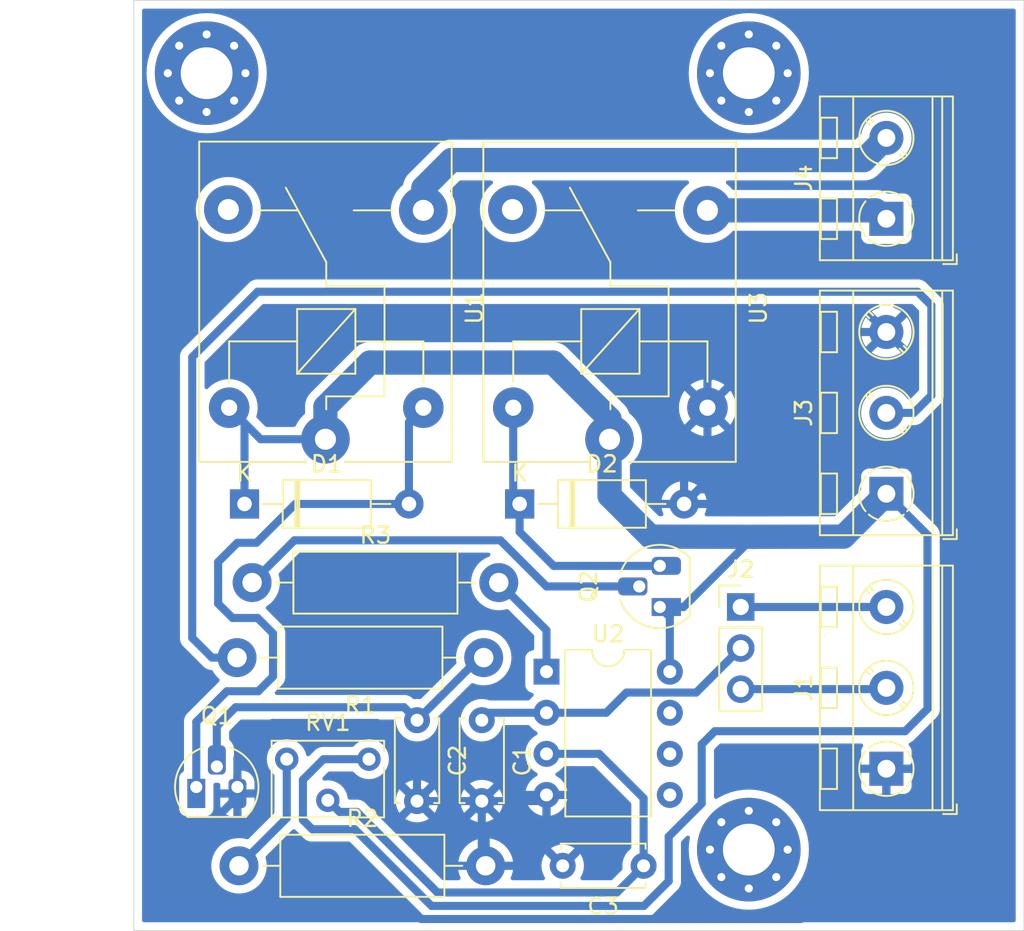
<source format=kicad_pcb>
(kicad_pcb (version 20211014) (generator pcbnew)
  (layers (0 "F.Cu" signal) (31 "B.Cu" signal) (34 "B.Paste" user) (35 "F.Paste" user) (36 "B.SilkS" user "B.Silkscreen") (37 "F.SilkS" user "F.Silkscreen") (38 "B.Mask" user) (39 "F.Mask" user) (44 "Edge.Cuts" user))
  (net 0 "")
  (net 1 "/SENSE")
  (net 2 "GND")
  (net 3 "Net-(C2-Pad1)")
  (net 4 "Net-(C3-Pad1)")
  (net 5 "+12V")
  (net 6 "Net-(D1-Pad2)")
  (net 7 "Net-(D2-Pad1)")
  (net 8 "Net-(J1-Pad3)")
  (net 9 "Net-(J1-Pad2)")
  (net 10 "Net-(J3-Pad2)")
  (net 11 "/OUT_1")
  (net 12 "/OUT_2")
  (net 13 "Net-(Q2-Pad2)")
  (net 14 "Net-(R2-Pad1)")
  (net 15 "Net-(R3-Pad2)")
  (footprint "Capacitor_THT:C_Disc_D5.0mm_W2.5mm_P5.00mm" (layer "F.Cu") (at 129.5 116.5 -90)
    (fp_text reference "C1" (at 2.5 -2.5 90) (layer "F.SilkS"))
    (fp_text value "100nF")
    (fp_line (start -0.12 -1.37) (end -0.12 -1.055) (layer "F.SilkS") (width 0.12))
    (fp_line (start 5.12 1.055) (end 5.12 1.37) (layer "F.SilkS") (width 0.12))
    (fp_line (start 5.12 -1.37) (end 5.12 -1.055) (layer "F.SilkS") (width 0.12))
    (fp_line (start -0.12 1.37) (end 5.12 1.37) (layer "F.SilkS") (width 0.12))
    (fp_line (start -0.12 -1.37) (end 5.12 -1.37) (layer "F.SilkS") (width 0.12))
    (fp_line (start -0.12 1.055) (end -0.12 1.37) (layer "F.SilkS") (width 0.12))
    (pad "1" thru_hole circle locked (at 0 0 270) (size 1.6 1.6) (drill 0.8) (layers *.Cu *.Mask) (net 1 "/SENSE"))
    (pad "2" thru_hole circle locked (at 5 0 270) (size 1.6 1.6) (drill 0.8) (layers *.Cu *.Mask) (net 2 "GND"))
  )
  (footprint "Capacitor_THT:C_Disc_D5.0mm_W2.5mm_P5.00mm" (layer "F.Cu") (at 125.5 116.5 -90)
    (fp_text reference "C2" (at 2.5 -2.5 90) (layer "F.SilkS"))
    (fp_text value "100nF")
    (fp_line (start 5.12 1.055) (end 5.12 1.37) (layer "F.SilkS") (width 0.12))
    (fp_line (start -0.12 -1.37) (end -0.12 -1.055) (layer "F.SilkS") (width 0.12))
    (fp_line (start 5.12 -1.37) (end 5.12 -1.055) (layer "F.SilkS") (width 0.12))
    (fp_line (start -0.12 -1.37) (end 5.12 -1.37) (layer "F.SilkS") (width 0.12))
    (fp_line (start -0.12 1.37) (end 5.12 1.37) (layer "F.SilkS") (width 0.12))
    (fp_line (start -0.12 1.055) (end -0.12 1.37) (layer "F.SilkS") (width 0.12))
    (pad "1" thru_hole circle locked (at 0 0 270) (size 1.6 1.6) (drill 0.8) (layers *.Cu *.Mask) (net 3 "Net-(C2-Pad1)"))
    (pad "2" thru_hole circle locked (at 5 0 270) (size 1.6 1.6) (drill 0.8) (layers *.Cu *.Mask) (net 2 "GND"))
  )
  (footprint "Capacitor_THT:C_Disc_D5.0mm_W2.5mm_P5.00mm" (layer "F.Cu") (at 139.5 125.5 180)
    (fp_text reference "C3" (at 2.5 -2.5) (layer "F.SilkS"))
    (fp_text value "100nF")
    (fp_line (start 5.12 1.055) (end 5.12 1.37) (layer "F.SilkS") (width 0.12))
    (fp_line (start 5.12 -1.37) (end 5.12 -1.055) (layer "F.SilkS") (width 0.12))
    (fp_line (start -0.12 -1.37) (end -0.12 -1.055) (layer "F.SilkS") (width 0.12))
    (fp_line (start -0.12 1.37) (end 5.12 1.37) (layer "F.SilkS") (width 0.12))
    (fp_line (start -0.12 1.055) (end -0.12 1.37) (layer "F.SilkS") (width 0.12))
    (fp_line (start -0.12 -1.37) (end 5.12 -1.37) (layer "F.SilkS") (width 0.12))
    (pad "1" thru_hole circle locked (at 0 0 180) (size 1.6 1.6) (drill 0.8) (layers *.Cu *.Mask) (net 4 "Net-(C3-Pad1)"))
    (pad "2" thru_hole circle locked (at 5 0 180) (size 1.6 1.6) (drill 0.8) (layers *.Cu *.Mask) (net 2 "GND"))
  )
  (footprint "Diode_THT:D_A-405_P10.16mm_Horizontal" (layer "F.Cu") (at 114.84 103.13)
    (fp_text reference "D1" (at 5.08 -2.47) (layer "F.SilkS"))
    (fp_text value "D_ALT")
    (fp_text user "K" (at 0 -1.9) (layer "F.SilkS"))
    (fp_line (start 2.36 1.47) (end 7.8 1.47) (layer "F.SilkS") (width 0.12))
    (fp_line (start 2.36 -1.47) (end 2.36 1.47) (layer "F.SilkS") (width 0.12))
    (fp_line (start 3.14 -1.47) (end 3.14 1.47) (layer "F.SilkS") (width 0.12))
    (fp_line (start 3.26 -1.47) (end 3.26 1.47) (layer "F.SilkS") (width 0.12))
    (fp_line (start 7.8 -1.47) (end 2.36 -1.47) (layer "F.SilkS") (width 0.12))
    (fp_line (start 3.38 -1.47) (end 3.38 1.47) (layer "F.SilkS") (width 0.12))
    (fp_line (start 7.8 1.47) (end 7.8 -1.47) (layer "F.SilkS") (width 0.12))
    (fp_line (start 1.14 0) (end 2.36 0) (layer "F.SilkS") (width 0.12))
    (fp_line (start 9.02 0) (end 7.8 0) (layer "F.SilkS") (width 0.12))
    (pad "1" thru_hole rect locked (at 0 0) (size 1.8 1.8) (drill 0.9) (layers *.Cu *.Mask) (net 5 "+12V"))
    (pad "2" thru_hole oval locked (at 10.16 0) (size 1.8 1.8) (drill 0.9) (layers *.Cu *.Mask) (net 6 "Net-(D1-Pad2)"))
  )
  (footprint "Diode_THT:D_A-405_P10.16mm_Horizontal" (layer "F.Cu") (at 131.84 103.13)
    (fp_text reference "D2" (at 5.08 -2.47) (layer "F.SilkS"))
    (fp_text value "1N4007")
    (fp_text user "K" (at 0 -1.9) (layer "F.SilkS"))
    (fp_line (start 7.8 -1.47) (end 2.36 -1.47) (layer "F.SilkS") (width 0.12))
    (fp_line (start 1.14 0) (end 2.36 0) (layer "F.SilkS") (width 0.12))
    (fp_line (start 3.38 -1.47) (end 3.38 1.47) (layer "F.SilkS") (width 0.12))
    (fp_line (start 3.26 -1.47) (end 3.26 1.47) (layer "F.SilkS") (width 0.12))
    (fp_line (start 2.36 1.47) (end 7.8 1.47) (layer "F.SilkS") (width 0.12))
    (fp_line (start 3.14 -1.47) (end 3.14 1.47) (layer "F.SilkS") (width 0.12))
    (fp_line (start 9.02 0) (end 7.8 0) (layer "F.SilkS") (width 0.12))
    (fp_line (start 2.36 -1.47) (end 2.36 1.47) (layer "F.SilkS") (width 0.12))
    (fp_line (start 7.8 1.47) (end 7.8 -1.47) (layer "F.SilkS") (width 0.12))
    (pad "1" thru_hole rect locked (at 0 0) (size 1.8 1.8) (drill 0.9) (layers *.Cu *.Mask) (net 7 "Net-(D2-Pad1)"))
    (pad "2" thru_hole oval locked (at 10.16 0) (size 1.8 1.8) (drill 0.9) (layers *.Cu *.Mask) (net 2 "GND"))
  )
  (footprint "TerminalBlock_RND:TerminalBlock_RND_205-00046_1x03_P5.00mm_Horizontal" (layer "F.Cu") (at 154.5 119.5 90)
    (fp_text reference "J1" (at 5 -5.11 90) (layer "F.SilkS"))
    (fp_text value "SENSE")
    (fp_line (start -2.56 -4.11) (end -2.56 4.11) (layer "F.SilkS") (width 0.12))
    (fp_line (start -2.56 -2.05) (end 12.56 -2.05) (layer "F.SilkS") (width 0.12))
    (fp_line (start 1.25 -4.05) (end 1.25 -3.05) (layer "F.SilkS") (width 0.12))
    (fp_line (start 6.07 -1.275) (end 5.859 -1.064) (layer "F.SilkS") (width 0.12))
    (fp_line (start -1.25 -4.05) (end -1.25 -3.05) (layer "F.SilkS") (width 0.12))
    (fp_line (start -2.56 4.11) (end 12.56 4.11) (layer "F.SilkS") (width 0.12))
    (fp_line (start 3.75 -4.05) (end 3.75 -3.05) (layer "F.SilkS") (width 0.12))
    (fp_line (start 6.275 -1.069) (end 6.029 -0.823) (layer "F.SilkS") (width 0.12))
    (fp_line (start 8.75 -4.05) (end 11.25 -4.05) (layer "F.SilkS") (width 0.12))
    (fp_line (start -1.25 -3.05) (end 1.25 -3.05) (layer "F.SilkS") (width 0.12))
    (fp_line (start -2.56 2.85) (end 12.56 2.85) (layer "F.SilkS") (width 0.12))
    (fp_line (start 9.13 1.075) (end 8.931 1.274) (layer "F.SilkS") (width 0.12))
    (fp_line (start 3.75 -4.05) (end 6.25 -4.05) (layer "F.SilkS") (width 0.12))
    (fp_line (start 6.25 -4.05) (end 6.25 -3.05) (layer "F.SilkS") (width 0.12))
    (fp_line (start 11.07 -1.275) (end 10.859 -1.064) (layer "F.SilkS") (width 0.12))
    (fp_line (start 8.75 -4.05) (end 8.75 -3.05) (layer "F.SilkS") (width 0.12))
    (fp_line (start 4.13 1.075) (end 3.931 1.274) (layer "F.SilkS") (width 0.12))
    (fp_line (start 3.75 -3.05) (end 6.25 -3.05) (layer "F.SilkS") (width 0.12))
    (fp_line (start 8.75 -3.05) (end 11.25 -3.05) (layer "F.SilkS") (width 0.12))
    (fp_line (start -2.8 4.35) (end -2.2 4.35) (layer "F.SilkS") (width 0.12))
    (fp_line (start 12.56 -4.11) (end 12.56 4.11) (layer "F.SilkS") (width 0.12))
    (fp_line (start -2.56 -4.11) (end 12.56 -4.11) (layer "F.SilkS") (width 0.12))
    (fp_line (start 11.275 -1.069) (end 11.029 -0.823) (layer "F.SilkS") (width 0.12))
    (fp_line (start 11.25 -4.05) (end 11.25 -3.05) (layer "F.SilkS") (width 0.12))
    (fp_line (start -2.56 3.45) (end 12.56 3.45) (layer "F.SilkS") (width 0.12))
    (fp_line (start -1.25 -4.05) (end 1.25 -4.05) (layer "F.SilkS") (width 0.12))
    (fp_line (start -2.8 3.51) (end -2.8 4.35) (layer "F.SilkS") (width 0.12))
    (fp_line (start 3.972 0.823) (end 3.726 1.069) (layer "F.SilkS") (width 0.12))
    (fp_line (start 8.972 0.823) (end 8.726 1.069) (layer "F.SilkS") (width 0.12))
    (fp_arc (start -1.079908 -1.287078) (mid 0.00006 -1.68011) (end 1.08 -1.287) (layer "F.SilkS") (width 0.12))
    (fp_arc (start 0.028507 1.680511) (mid -0.561826 1.584071) (end -1.081 1.287) (layer "F.SilkS") (width 0.12))
    (fp_arc (start -1.288062 1.079734) (mid -1.680752 -0.000826) (end -1.287 -1.081) (layer "F.SilkS") (width 0.12))
    (fp_arc (start 1.287078 -1.079908) (mid 1.68011 0.00006) (end 1.287 1.08) (layer "F.SilkS") (width 0.12))
    (fp_arc (start 1.079883 1.286955) (mid 0.574594 1.578684) (end 0 1.68) (layer "F.SilkS") (width 0.12))
    (fp_circle (center 5 0) (end 6.68 0) (layer "F.SilkS") (width 0.12) (fill none))
    (fp_circle (center 10 0) (end 11.68 0) (layer "F.SilkS") (width 0.12) (fill none))
    (pad "1" thru_hole rect locked (at 0 0 90) (size 2.1 2.1) (drill 1.1) (layers *.Cu *.Mask) (net 2 "GND"))
    (pad "2" thru_hole circle locked (at 5 0 90) (size 2.1 2.1) (drill 1.1) (layers *.Cu *.Mask) (net 9 "Net-(J1-Pad2)"))
    (pad "3" thru_hole circle locked (at 10 0 90) (size 2.1 2.1) (drill 1.1) (layers *.Cu *.Mask) (net 8 "Net-(J1-Pad3)"))
  )
  (footprint "TerminalBlock_RND:TerminalBlock_RND_205-00046_1x03_P5.00mm_Horizontal" (layer "F.Cu") (at 154.5 102.5 90)
    (fp_text reference "J3" (at 5 -5.11 90) (layer "F.SilkS"))
    (fp_text value "INPUT")
    (fp_line (start 11.25 -4.05) (end 11.25 -3.05) (layer "F.SilkS") (width 0.12))
    (fp_line (start 3.75 -4.05) (end 3.75 -3.05) (layer "F.SilkS") (width 0.12))
    (fp_line (start 9.13 1.075) (end 8.931 1.274) (layer "F.SilkS") (width 0.12))
    (fp_line (start 3.75 -4.05) (end 6.25 -4.05) (layer "F.SilkS") (width 0.12))
    (fp_line (start -2.8 3.51) (end -2.8 4.35) (layer "F.SilkS") (width 0.12))
    (fp_line (start 4.13 1.075) (end 3.931 1.274) (layer "F.SilkS") (width 0.12))
    (fp_line (start 8.75 -4.05) (end 11.25 -4.05) (layer "F.SilkS") (width 0.12))
    (fp_line (start 11.07 -1.275) (end 10.859 -1.064) (layer "F.SilkS") (width 0.12))
    (fp_line (start -1.25 -4.05) (end 1.25 -4.05) (layer "F.SilkS") (width 0.12))
    (fp_line (start 3.75 -3.05) (end 6.25 -3.05) (layer "F.SilkS") (width 0.12))
    (fp_line (start -2.56 4.11) (end 12.56 4.11) (layer "F.SilkS") (width 0.12))
    (fp_line (start 6.07 -1.275) (end 5.859 -1.064) (layer "F.SilkS") (width 0.12))
    (fp_line (start 8.75 -4.05) (end 8.75 -3.05) (layer "F.SilkS") (width 0.12))
    (fp_line (start 6.275 -1.069) (end 6.029 -0.823) (layer "F.SilkS") (width 0.12))
    (fp_line (start -1.25 -4.05) (end -1.25 -3.05) (layer "F.SilkS") (width 0.12))
    (fp_line (start -2.56 3.45) (end 12.56 3.45) (layer "F.SilkS") (width 0.12))
    (fp_line (start -2.56 2.85) (end 12.56 2.85) (layer "F.SilkS") (width 0.12))
    (fp_line (start -2.8 4.35) (end -2.2 4.35) (layer "F.SilkS") (width 0.12))
    (fp_line (start -2.56 -4.11) (end 12.56 -4.11) (layer "F.SilkS") (width 0.12))
    (fp_line (start 8.75 -3.05) (end 11.25 -3.05) (layer "F.SilkS") (width 0.12))
    (fp_line (start -2.56 -4.11) (end -2.56 4.11) (layer "F.SilkS") (width 0.12))
    (fp_line (start 3.972 0.823) (end 3.726 1.069) (layer "F.SilkS") (width 0.12))
    (fp_line (start 12.56 -4.11) (end 12.56 4.11) (layer "F.SilkS") (width 0.12))
    (fp_line (start -2.56 -2.05) (end 12.56 -2.05) (layer "F.SilkS") (width 0.12))
    (fp_line (start -1.25 -3.05) (end 1.25 -3.05) (layer "F.SilkS") (width 0.12))
    (fp_line (start 1.25 -4.05) (end 1.25 -3.05) (layer "F.SilkS") (width 0.12))
    (fp_line (start 8.972 0.823) (end 8.726 1.069) (layer "F.SilkS") (width 0.12))
    (fp_line (start 6.25 -4.05) (end 6.25 -3.05) (layer "F.SilkS") (width 0.12))
    (fp_line (start 11.275 -1.069) (end 11.029 -0.823) (layer "F.SilkS") (width 0.12))
    (fp_arc (start -1.079908 -1.287078) (mid 0.00006 -1.68011) (end 1.08 -1.287) (layer "F.SilkS") (width 0.12))
    (fp_arc (start 0.028507 1.680511) (mid -0.561826 1.584071) (end -1.081 1.287) (layer "F.SilkS") (width 0.12))
    (fp_arc (start -1.288062 1.079734) (mid -1.680752 -0.000826) (end -1.287 -1.081) (layer "F.SilkS") (width 0.12))
    (fp_arc (start 1.079883 1.286955) (mid 0.574594 1.578684) (end 0 1.68) (layer "F.SilkS") (width 0.12))
    (fp_arc (start 1.287078 -1.079908) (mid 1.68011 0.00006) (end 1.287 1.08) (layer "F.SilkS") (width 0.12))
    (fp_circle (center 10 0) (end 11.68 0) (layer "F.SilkS") (width 0.12) (fill none))
    (fp_circle (center 5 0) (end 6.68 0) (layer "F.SilkS") (width 0.12) (fill none))
    (pad "1" thru_hole rect locked (at 0 0 90) (size 2.1 2.1) (drill 1.1) (layers *.Cu *.Mask) (net 5 "+12V"))
    (pad "2" thru_hole circle locked (at 5 0 90) (size 2.1 2.1) (drill 1.1) (layers *.Cu *.Mask) (net 10 "Net-(J3-Pad2)"))
    (pad "3" thru_hole circle locked (at 10 0 90) (size 2.1 2.1) (drill 1.1) (layers *.Cu *.Mask) (net 2 "GND"))
  )
  (footprint "TerminalBlock_RND:TerminalBlock_RND_205-00045_1x02_P5.00mm_Horizontal" (layer "F.Cu") (at 154.5 85.5 90)
    (fp_text reference "J4" (at 2.5 -5.11 90) (layer "F.SilkS"))
    (fp_text value "OUTPUTS")
    (fp_line (start -2.56 3.45) (end 7.56 3.45) (layer "F.SilkS") (width 0.12))
    (fp_line (start -1.25 -4.05) (end -1.25 -3.05) (layer "F.SilkS") (width 0.12))
    (fp_line (start 3.75 -4.05) (end 3.75 -3.05) (layer "F.SilkS") (width 0.12))
    (fp_line (start -1.25 -3.05) (end 1.25 -3.05) (layer "F.SilkS") (width 0.12))
    (fp_line (start -2.8 4.35) (end -2.2 4.35) (layer "F.SilkS") (width 0.12))
    (fp_line (start 3.972 0.823) (end 3.726 1.069) (layer "F.SilkS") (width 0.12))
    (fp_line (start -2.56 -2.05) (end 7.56 -2.05) (layer "F.SilkS") (width 0.12))
    (fp_line (start 6.275 -1.069) (end 6.029 -0.823) (layer "F.SilkS") (width 0.12))
    (fp_line (start -1.25 -4.05) (end 1.25 -4.05) (layer "F.SilkS") (width 0.12))
    (fp_line (start -2.56 -4.11) (end -2.56 4.11) (layer "F.SilkS") (width 0.12))
    (fp_line (start -2.56 4.11) (end 7.56 4.11) (layer "F.SilkS") (width 0.12))
    (fp_line (start 7.56 -4.11) (end 7.56 4.11) (layer "F.SilkS") (width 0.12))
    (fp_line (start 1.25 -4.05) (end 1.25 -3.05) (layer "F.SilkS") (width 0.12))
    (fp_line (start 6.25 -4.05) (end 6.25 -3.05) (layer "F.SilkS") (width 0.12))
    (fp_line (start 3.75 -3.05) (end 6.25 -3.05) (layer "F.SilkS") (width 0.12))
    (fp_line (start 3.75 -4.05) (end 6.25 -4.05) (layer "F.SilkS") (width 0.12))
    (fp_line (start -2.56 2.85) (end 7.56 2.85) (layer "F.SilkS") (width 0.12))
    (fp_line (start 4.13 1.075) (end 3.931 1.274) (layer "F.SilkS") (width 0.12))
    (fp_line (start 6.07 -1.275) (end 5.859 -1.064) (layer "F.SilkS") (width 0.12))
    (fp_line (start -2.8 3.51) (end -2.8 4.35) (layer "F.SilkS") (width 0.12))
    (fp_line (start -2.56 -4.11) (end 7.56 -4.11) (layer "F.SilkS") (width 0.12))
    (fp_arc (start 1.287078 -1.079908) (mid 1.68011 0.00006) (end 1.287 1.08) (layer "F.SilkS") (width 0.12))
    (fp_arc (start -1.079908 -1.287078) (mid 0.00006 -1.68011) (end 1.08 -1.287) (layer "F.SilkS") (width 0.12))
    (fp_arc (start -1.288062 1.079734) (mid -1.680752 -0.000826) (end -1.287 -1.081) (layer "F.SilkS") (width 0.12))
    (fp_arc (start 0.028507 1.680511) (mid -0.561826 1.584071) (end -1.081 1.287) (layer "F.SilkS") (width 0.12))
    (fp_arc (start 1.079883 1.286955) (mid 0.574594 1.578684) (end 0 1.68) (layer "F.SilkS") (width 0.12))
    (fp_circle (center 5 0) (end 6.68 0) (layer "F.SilkS") (width 0.12) (fill none))
    (pad "1" thru_hole rect locked (at 0 0 90) (size 2.1 2.1) (drill 1.1) (layers *.Cu *.Mask) (net 12 "/OUT_2"))
    (pad "2" thru_hole circle locked (at 5 0 90) (size 2.1 2.1) (drill 1.1) (layers *.Cu *.Mask) (net 11 "/OUT_1"))
  )
  (footprint "Package_TO_SOT_THT:TO-92_HandSolder" (layer "F.Cu") (at 111.86 120.63)
    (fp_text reference "Q1" (at 1.27 -4.4) (layer "F.SilkS"))
    (fp_text value "2N3904")
    (fp_line (start -0.53 1.85) (end 3.07 1.85) (layer "F.SilkS") (width 0.12))
    (fp_arc (start 2.05 -2.45) (mid 3.769931 -0.601036) (end 3.078445 1.827684) (layer "F.SilkS") (width 0.12))
    (fp_arc (start -0.541875 1.841741) (mid -1.247231 -0.581764) (end 0.45 -2.45) (layer "F.SilkS") (width 0.12))
    (pad "1" thru_hole rect locked (at 0 0) (size 1.1 1.8) (drill 0.75 (offset 0 0.4)) (layers *.Cu *.Mask) (net 6 "Net-(D1-Pad2)"))
    (pad "2" thru_hole roundrect locked (at 1.27 -1.27) (size 1.1 1.8) (drill 0.75 (offset 0 -0.4)) (layers *.Cu *.Mask) (net 3 "Net-(C2-Pad1)"))
    (pad "3" thru_hole roundrect locked (at 2.54 0) (size 1.1 1.8) (drill 0.75 (offset 0 0.4)) (layers *.Cu *.Mask) (net 2 "GND"))
  )
  (footprint "Package_TO_SOT_THT:TO-92_HandSolder" (layer "F.Cu") (at 140.5 109.5 90)
    (fp_text reference "Q2" (at 1.27 -4.4 90) (layer "F.SilkS"))
    (fp_text value "2N3904")
    (fp_line (start -0.53 1.85) (end 3.07 1.85) (layer "F.SilkS") (width 0.12))
    (fp_arc (start 2.05 -2.45) (mid 3.769931 -0.601036) (end 3.078445 1.827684) (layer "F.SilkS") (width 0.12))
    (fp_arc (start -0.541875 1.841741) (mid -1.247231 -0.581764) (end 0.45 -2.45) (layer "F.SilkS") (width 0.12))
    (pad "1" thru_hole rect locked (at 0 0 90) (size 1.1 1.8) (drill 0.75 (offset 0 0.4)) (layers *.Cu *.Mask) (net 5 "+12V"))
    (pad "2" thru_hole roundrect locked (at 1.27 -1.27 90) (size 1.1 1.8) (drill 0.75 (offset 0 -0.4)) (layers *.Cu *.Mask) (net 13 "Net-(Q2-Pad2)"))
    (pad "3" thru_hole roundrect locked (at 2.54 0 90) (size 1.1 1.8) (drill 0.75 (offset 0 0.4)) (layers *.Cu *.Mask) (net 7 "Net-(D2-Pad1)"))
  )
  (footprint "Resistor_THT:R_Axial_DIN0411_L9.9mm_D3.6mm_P15.24mm_Horizontal" (layer "F.Cu") (at 129.62 112.63 180)
    (fp_text reference "R1" (at 7.62 -2.92) (layer "F.SilkS"))
    (fp_text value "10K")
    (fp_line (start 2.55 -1.92) (end 2.55 1.92) (layer "F.SilkS") (width 0.12))
    (fp_line (start 12.69 -1.92) (end 2.55 -1.92) (layer "F.SilkS") (width 0.12))
    (fp_line (start 12.69 1.92) (end 12.69 -1.92) (layer "F.SilkS") (width 0.12))
    (fp_line (start 2.55 1.92) (end 12.69 1.92) (layer "F.SilkS") (width 0.12))
    (fp_line (start 13.8 0) (end 12.69 0) (layer "F.SilkS") (width 0.12))
    (fp_line (start 1.44 0) (end 2.55 0) (layer "F.SilkS") (width 0.12))
    (pad "1" thru_hole circle locked (at 0 0 180) (size 2.4 2.4) (drill 1.2) (layers *.Cu *.Mask) (net 3 "Net-(C2-Pad1)"))
    (pad "2" thru_hole oval locked (at 15.24 0 180) (size 2.4 2.4) (drill 1.2) (layers *.Cu *.Mask) (net 10 "Net-(J3-Pad2)"))
  )
  (footprint "Resistor_THT:R_Axial_DIN0411_L9.9mm_D3.6mm_P15.24mm_Horizontal" (layer "F.Cu") (at 114.5 125.5)
    (fp_text reference "R2" (at 7.62 -2.92) (layer "F.SilkS"))
    (fp_text value "100")
    (fp_line (start 1.44 0) (end 2.55 0) (layer "F.SilkS") (width 0.12))
    (fp_line (start 2.55 -1.92) (end 2.55 1.92) (layer "F.SilkS") (width 0.12))
    (fp_line (start 12.69 1.92) (end 12.69 -1.92) (layer "F.SilkS") (width 0.12))
    (fp_line (start 13.8 0) (end 12.69 0) (layer "F.SilkS") (width 0.12))
    (fp_line (start 12.69 -1.92) (end 2.55 -1.92) (layer "F.SilkS") (width 0.12))
    (fp_line (start 2.55 1.92) (end 12.69 1.92) (layer "F.SilkS") (width 0.12))
    (pad "1" thru_hole circle locked (at 0 0) (size 2.4 2.4) (drill 1.2) (layers *.Cu *.Mask) (net 14 "Net-(R2-Pad1)"))
    (pad "2" thru_hole oval locked (at 15.24 0) (size 2.4 2.4) (drill 1.2) (layers *.Cu *.Mask) (net 2 "GND"))
  )
  (footprint "Resistor_THT:R_Axial_DIN0411_L9.9mm_D3.6mm_P15.24mm_Horizontal" (layer "F.Cu") (at 115.31 107.99)
    (fp_text reference "R3" (at 7.62 -2.92) (layer "F.SilkS"))
    (fp_text value "10K")
    (fp_line (start 2.55 1.92) (end 12.69 1.92) (layer "F.SilkS") (width 0.12))
    (fp_line (start 12.69 -1.92) (end 2.55 -1.92) (layer "F.SilkS") (width 0.12))
    (fp_line (start 1.44 0) (end 2.55 0) (layer "F.SilkS") (width 0.12))
    (fp_line (start 2.55 -1.92) (end 2.55 1.92) (layer "F.SilkS") (width 0.12))
    (fp_line (start 12.69 1.92) (end 12.69 -1.92) (layer "F.SilkS") (width 0.12))
    (fp_line (start 13.8 0) (end 12.69 0) (layer "F.SilkS") (width 0.12))
    (pad "1" thru_hole circle locked (at 0 0) (size 2.4 2.4) (drill 1.2) (layers *.Cu *.Mask) (net 13 "Net-(Q2-Pad2)"))
    (pad "2" thru_hole oval locked (at 15.24 0) (size 2.4 2.4) (drill 1.2) (layers *.Cu *.Mask) (net 15 "Net-(R3-Pad2)"))
  )
  (footprint "Potentiometer_THT:Potentiometer_Bourns_3266W_Vertical" (layer "F.Cu") (at 122.53 118.91)
    (fp_text reference "RV1" (at -2.54 -2.27) (layer "F.SilkS"))
    (fp_text value "5K")
    (fp_line (start -6.015 3.6) (end 0.935 3.6) (layer "F.SilkS") (width 0.12))
    (fp_line (start -6.015 0.495) (end -6.015 3.6) (layer "F.SilkS") (width 0.12))
    (fp_line (start 0.935 -1.14) (end 0.935 -0.495) (layer "F.SilkS") (width 0.12))
    (fp_line (start -6.015 -1.14) (end -6.015 -0.495) (layer "F.SilkS") (width 0.12))
    (fp_line (start 0.935 0.495) (end 0.935 3.6) (layer "F.SilkS") (width 0.12))
    (fp_line (start -6.015 -1.14) (end 0.935 -1.14) (layer "F.SilkS") (width 0.12))
    (pad "1" thru_hole circle locked (at 0 0) (size 1.44 1.44) (drill 0.8) (layers *.Cu *.Mask) (net 5 "+12V"))
    (pad "2" thru_hole circle locked (at -2.54 2.54) (size 1.44 1.44) (drill 0.8) (layers *.Cu *.Mask) (net 4 "Net-(C3-Pad1)"))
    (pad "3" thru_hole circle locked (at -5.08 0) (size 1.44 1.44) (drill 0.8) (layers *.Cu *.Mask) (net 14 "Net-(R2-Pad1)"))
  )
  (footprint "Relay_THT:Relay_SPDT_SANYOU_SRD_Series_Form_C" (layer "F.Cu") (at 137.394999 99.13 90)
    (fp_text reference "U3" (at 8.1 9.2 90) (layer "F.SilkS"))
    (fp_text value "SRD-12VDC")
    (fp_line (start 4.05 -1.75) (end 8.05 -1.75) (layer "F.SilkS") (width 0.12))
    (fp_line (start 2.65 0.05) (end 2.65 3.65) (layer "F.SilkS") (width 0.12))
    (fp_line (start 6.05 1.85) (end 6.05 6.05) (layer "F.SilkS") (width 0.12))
    (fp_line (start 4.05 1.85) (end 4.05 -1.75) (layer "F.SilkS") (width 0.12))
    (fp_line (start 9.45 0.05) (end 10.95 0.05) (layer "F.SilkS") (width 0.12))
    (fp_line (start -1.4 -7.8) (end -1.4 -1.2) (layer "F.SilkS") (width 0.12))
    (fp_line (start 8.05 1.85) (end 4.05 -1.75) (layer "F.SilkS") (width 0.12))
    (fp_line (start 9.45 0.05) (end 9.45 3.65) (layer "F.SilkS") (width 0.12))
    (fp_line (start 6.05 -5.95) (end 3.55 -5.95) (layer "F.SilkS") (width 0.12))
    (fp_line (start 9.45 3.65) (end 2.65 3.65) (layer "F.SilkS") (width 0.12))
    (fp_line (start 2.65 0.05) (end 1.85 0.05) (layer "F.SilkS") (width 0.12))
    (fp_line (start 14.15 4.2) (end 14.15 1.75) (layer "F.SilkS") (width 0.12))
    (fp_line (start -1.4 1.2) (end -1.4 7.8) (layer "F.SilkS") (width 0.12))
    (fp_line (start 3.55 6.05) (end 6.05 6.05) (layer "F.SilkS") (width 0.12))
    (fp_line (start 18.4 7.8) (end -1.4 7.8) (layer "F.SilkS") (width 0.12))
    (fp_line (start 14.15 -4.2) (end 14.15 -1.7) (layer "F.SilkS") (width 0.12))
    (fp_line (start 10.95 0.05) (end 15.55 -2.45) (layer "F.SilkS") (width 0.12))
    (fp_line (start 8.05 1.85) (end 4.05 1.85) (layer "F.SilkS") (width 0.12))
    (fp_line (start 6.05 -5.95) (end 6.05 -1.75) (layer "F.SilkS") (width 0.12))
    (fp_line (start 18.4 -7.8) (end 18.4 7.8) (layer "F.SilkS") (width 0.12))
    (fp_line (start 8.05 -1.75) (end 8.05 1.85) (layer "F.SilkS") (width 0.12))
    (fp_line (start -1.4 -7.8) (end 18.4 -7.8) (layer "F.SilkS") (width 0.12))
    (pad "1" thru_hole circle locked (at 0 0 180) (size 3 3) (drill 1.3) (layers *.Cu *.Mask) (net 5 "+12V"))
    (pad "2" thru_hole circle locked (at 1.95 6.05 180) (size 2.5 2.5) (drill 1) (layers *.Cu *.Mask) (net 2 "GND"))
    (pad "3" thru_hole circle locked (at 14.15 6.05 180) (size 3 3) (drill 1.3) (layers *.Cu *.Mask) (net 12 "/OUT_2"))
    (pad "4" thru_hole circle locked (at 14.2 -6 180) (size 3 3) (drill 1.3) (layers *.Cu *.Mask))
    (pad "5" thru_hole circle locked (at 1.95 -5.95 180) (size 2.5 2.5) (drill 1) (layers *.Cu *.Mask) (net 7 "Net-(D2-Pad1)"))
  )
  (footprint "Relay_THT:Relay_SPDT_SANYOU_SRD_Series_Form_C" (layer "F.Cu") (at 119.84 99.13 90)
    (fp_text reference "U1" (at 8.1 9.2 90) (layer "F.SilkS"))
    (fp_text value "SRD-12VDC")
    (fp_line (start 4.05 1.85) (end 4.05 -1.75) (layer "F.SilkS") (width 0.12))
    (fp_line (start 8.05 1.85) (end 4.05 -1.75) (layer "F.SilkS") (width 0.12))
    (fp_line (start 10.95 0.05) (end 15.55 -2.45) (layer "F.SilkS") (width 0.12))
    (fp_line (start 18.4 7.8) (end -1.4 7.8) (layer "F.SilkS") (width 0.12))
    (fp_line (start 9.45 0.05) (end 9.45 3.65) (layer "F.SilkS") (width 0.12))
    (fp_line (start 6.05 -5.95) (end 6.05 -1.75) (layer "F.SilkS") (width 0.12))
    (fp_line (start -1.4 -7.8) (end 18.4 -7.8) (layer "F.SilkS") (width 0.12))
    (fp_line (start 6.05 1.85) (end 6.05 6.05) (layer "F.SilkS") (width 0.12))
    (fp_line (start -1.4 1.2) (end -1.4 7.8) (layer "F.SilkS") (width 0.12))
    (fp_line (start 4.05 -1.75) (end 8.05 -1.75) (layer "F.SilkS") (width 0.12))
    (fp_line (start 2.65 0.05) (end 2.65 3.65) (layer "F.SilkS") (width 0.12))
    (fp_line (start 3.55 6.05) (end 6.05 6.05) (layer "F.SilkS") (width 0.12))
    (fp_line (start 14.15 4.2) (end 14.15 1.75) (layer "F.SilkS") (width 0.12))
    (fp_line (start -1.4 -7.8) (end -1.4 -1.2) (layer "F.SilkS") (width 0.12))
    (fp_line (start 6.05 -5.95) (end 3.55 -5.95) (layer "F.SilkS") (width 0.12))
    (fp_line (start 8.05 1.85) (end 4.05 1.85) (layer "F.SilkS") (width 0.12))
    (fp_line (start 14.15 -4.2) (end 14.15 -1.7) (layer "F.SilkS") (width 0.12))
    (fp_line (start 18.4 -7.8) (end 18.4 7.8) (layer "F.SilkS") (width 0.12))
    (fp_line (start 9.45 0.05) (end 10.95 0.05) (layer "F.SilkS") (width 0.12))
    (fp_line (start 2.65 0.05) (end 1.85 0.05) (layer "F.SilkS") (width 0.12))
    (fp_line (start 8.05 -1.75) (end 8.05 1.85) (layer "F.SilkS") (width 0.12))
    (fp_line (start 9.45 3.65) (end 2.65 3.65) (layer "F.SilkS") (width 0.12))
    (pad "1" thru_hole circle locked (at 0 0 180) (size 3 3) (drill 1.3) (layers *.Cu *.Mask) (net 5 "+12V"))
    (pad "2" thru_hole circle locked (at 1.95 6.05 180) (size 2.5 2.5) (drill 1) (layers *.Cu *.Mask) (net 6 "Net-(D1-Pad2)"))
    (pad "3" thru_hole circle locked (at 14.15 6.05 180) (size 3 3) (drill 1.3) (layers *.Cu *.Mask) (net 11 "/OUT_1"))
    (pad "4" thru_hole circle locked (at 14.2 -6 180) (size 3 3) (drill 1.3) (layers *.Cu *.Mask))
    (pad "5" thru_hole circle locked (at 1.95 -5.95 180) (size 2.5 2.5) (drill 1) (layers *.Cu *.Mask) (net 5 "+12V"))
  )
  (footprint "Connector_PinHeader_2.54mm:PinHeader_1x03_P2.54mm_Vertical" (layer "F.Cu") (at 145.5 109.5)
    (fp_text reference "J2" (at 0 -2.33) (layer "F.SilkS"))
    (fp_text value "SELECT")
    (fp_line (start -1.33 1.27) (end 1.33 1.27) (layer "F.SilkS") (width 0.12))
    (fp_line (start -1.33 6.41) (end 1.33 6.41) (layer "F.SilkS") (width 0.12))
    (fp_line (start -1.33 1.27) (end -1.33 6.41) (layer "F.SilkS") (width 0.12))
    (fp_line (start -1.33 -1.33) (end 0 -1.33) (layer "F.SilkS") (width 0.12))
    (fp_line (start -1.33 0) (end -1.33 -1.33) (layer "F.SilkS") (width 0.12))
    (fp_line (start 1.33 1.27) (end 1.33 6.41) (layer "F.SilkS") (width 0.12))
    (pad "1" thru_hole rect locked (at 0 0) (size 1.7 1.7) (drill 1) (layers *.Cu *.Mask) (net 8 "Net-(J1-Pad3)"))
    (pad "2" thru_hole oval locked (at 0 2.54) (size 1.7 1.7) (drill 1) (layers *.Cu *.Mask) (net 1 "/SENSE"))
    (pad "3" thru_hole oval locked (at 0 5.08) (size 1.7 1.7) (drill 1) (layers *.Cu *.Mask) (net 9 "Net-(J1-Pad2)"))
  )
  (footprint "Package_DIP:DIP-8_W7.62mm" (layer "F.Cu") (at 133.5 113.5)
    (fp_text reference "U2" (at 3.81 -2.33) (layer "F.SilkS"))
    (fp_text value "TL082")
    (fp_line (start 6.46 -1.33) (end 4.81 -1.33) (layer "F.SilkS") (width 0.12))
    (fp_line (start 1.16 8.95) (end 6.46 8.95) (layer "F.SilkS") (width 0.12))
    (fp_line (start 1.16 -1.33) (end 1.16 8.95) (layer "F.SilkS") (width 0.12))
    (fp_line (start 6.46 8.95) (end 6.46 -1.33) (layer "F.SilkS") (width 0.12))
    (fp_line (start 2.81 -1.33) (end 1.16 -1.33) (layer "F.SilkS") (width 0.12))
    (fp_arc (start 4.81 -1.33) (mid 3.81 -0.33) (end 2.81 -1.33) (layer "F.SilkS") (width 0.12))
    (pad "1" thru_hole rect locked (at 0 0) (size 1.6 1.6) (drill 0.8) (layers *.Cu *.Mask) (net 15 "Net-(R3-Pad2)"))
    (pad "2" thru_hole oval locked (at 0 2.54) (size 1.6 1.6) (drill 0.8) (layers *.Cu *.Mask) (net 1 "/SENSE"))
    (pad "3" thru_hole oval locked (at 0 5.08) (size 1.6 1.6) (drill 0.8) (layers *.Cu *.Mask) (net 4 "Net-(C3-Pad1)"))
    (pad "4" thru_hole oval locked (at 0 7.62) (size 1.6 1.6) (drill 0.8) (layers *.Cu *.Mask) (net 2 "GND"))
    (pad "5" thru_hole oval locked (at 7.62 7.62) (size 1.6 1.6) (drill 0.8) (layers *.Cu *.Mask))
    (pad "6" thru_hole oval locked (at 7.62 5.08) (size 1.6 1.6) (drill 0.8) (layers *.Cu *.Mask))
    (pad "7" thru_hole oval locked (at 7.62 2.54) (size 1.6 1.6) (drill 0.8) (layers *.Cu *.Mask))
    (pad "8" thru_hole oval locked (at 7.62 0) (size 1.6 1.6) (drill 0.8) (layers *.Cu *.Mask) (net 5 "+12V"))
  )
  (footprint "MountingHole:MountingHole_3.2mm_M3_Pad_Via" (layer "F.Cu") (at 146 124.5)
    (fp_text reference "REF**" hide)
    (fp_text value "MountingHole_3.2mm_M3_Pad_Via")
    (pad "1" thru_hole circle locked (at -2.4 0) (size 0.8 0.8) (drill 0.5) (layers *.Cu *.Mask))
    (pad "1" thru_hole circle locked (at 1.697056 1.697056) (size 0.8 0.8) (drill 0.5) (layers *.Cu *.Mask))
    (pad "1" thru_hole circle locked (at 0 -2.4) (size 0.8 0.8) (drill 0.5) (layers *.Cu *.Mask))
    (pad "1" thru_hole circle locked (at -1.697056 -1.697056) (size 0.8 0.8) (drill 0.5) (layers *.Cu *.Mask))
    (pad "1" thru_hole circle locked (at 0 2.4) (size 0.8 0.8) (drill 0.5) (layers *.Cu *.Mask))
    (pad "1" thru_hole circle locked (at -1.697056 1.697056) (size 0.8 0.8) (drill 0.5) (layers *.Cu *.Mask))
    (pad "1" thru_hole circle locked (at 1.697056 -1.697056) (size 0.8 0.8) (drill 0.5) (layers *.Cu *.Mask))
    (pad "1" thru_hole circle locked (at 2.4 0) (size 0.8 0.8) (drill 0.5) (layers *.Cu *.Mask))
    (pad "1" thru_hole circle locked (at 0 0) (size 6.4 6.4) (drill 3.2) (layers *.Cu *.Mask))
  )
  (footprint "MountingHole:MountingHole_3.2mm_M3_Pad_Via" (layer "F.Cu") (at 112.5 76.5)
    (fp_text reference "REF**" hide)
    (fp_text value "MountingHole_3.2mm_M3_Pad_Via")
    (pad "1" thru_hole circle locked (at -2.4 0) (size 0.8 0.8) (drill 0.5) (layers *.Cu *.Mask))
    (pad "1" thru_hole circle locked (at 2.4 0) (size 0.8 0.8) (drill 0.5) (layers *.Cu *.Mask))
    (pad "1" thru_hole circle locked (at 0 -2.4) (size 0.8 0.8) (drill 0.5) (layers *.Cu *.Mask))
    (pad "1" thru_hole circle locked (at 1.697056 1.697056) (size 0.8 0.8) (drill 0.5) (layers *.Cu *.Mask))
    (pad "1" thru_hole circle locked (at -1.697056 1.697056) (size 0.8 0.8) (drill 0.5) (layers *.Cu *.Mask))
    (pad "1" thru_hole circle locked (at 0 2.4) (size 0.8 0.8) (drill 0.5) (layers *.Cu *.Mask))
    (pad "1" thru_hole circle locked (at 0 0) (size 6.4 6.4) (drill 3.2) (layers *.Cu *.Mask))
    (pad "1" thru_hole circle locked (at -1.697056 -1.697056) (size 0.8 0.8) (drill 0.5) (layers *.Cu *.Mask))
    (pad "1" thru_hole circle locked (at 1.697056 -1.697056) (size 0.8 0.8) (drill 0.5) (layers *.Cu *.Mask))
  )
  (footprint "MountingHole:MountingHole_3.2mm_M3_Pad_Via" (layer "F.Cu") (at 146 76.5)
    (fp_text reference "REF**" hide)
    (fp_text value "MountingHole_3.2mm_M3_Pad_Via")
    (pad "1" thru_hole circle locked (at 2.4 0) (size 0.8 0.8) (drill 0.5) (layers *.Cu *.Mask))
    (pad "1" thru_hole circle locked (at 0 -2.4) (size 0.8 0.8) (drill 0.5) (layers *.Cu *.Mask))
    (pad "1" thru_hole circle locked (at -1.697056 -1.697056) (size 0.8 0.8) (drill 0.5) (layers *.Cu *.Mask))
    (pad "1" thru_hole circle locked (at 1.697056 -1.697056) (size 0.8 0.8) (drill 0.5) (layers *.Cu *.Mask))
    (pad "1" thru_hole circle locked (at 0 0) (size 6.4 6.4) (drill 3.2) (layers *.Cu *.Mask))
    (pad "1" thru_hole circle locked (at -2.4 0) (size 0.8 0.8) (drill 0.5) (layers *.Cu *.Mask))
    (pad "1" thru_hole circle locked (at -1.697056 1.697056) (size 0.8 0.8) (drill 0.5) (layers *.Cu *.Mask))
    (pad "1" thru_hole circle locked (at 0 2.4) (size 0.8 0.8) (drill 0.5) (layers *.Cu *.Mask))
    (pad "1" thru_hole circle locked (at 1.697056 1.697056) (size 0.8 0.8) (drill 0.5) (layers *.Cu *.Mask))
  )
  (gr_line (start 108 129.5) (end 108 72) (layer "Edge.Cuts") (width 0.05))
  (gr_line (start 163 72) (end 163 129.5) (layer "Edge.Cuts") (width 0.05))
  (gr_line (start 108 72) (end 163 72) (layer "Edge.Cuts") (width 0.05))
  (gr_line (start 163 129.5) (end 108 129.5) (layer "Edge.Cuts") (width 0.05))
  (segment (start 137.19 116.04) (end 138.440001 114.789999) (width 0.5) (layer "B.Cu") (net 1))
  (segment (start 138.440001 114.789999) (end 142.750001 114.789999) (width 0.5) (layer "B.Cu") (net 1))
  (segment (start 142.750001 114.789999) (end 144.650001 112.889999) (width 0.5) (layer "B.Cu") (net 1))
  (segment (start 129.96 116.04) (end 133.5 116.04) (width 0.5) (layer "B.Cu") (net 1))
  (segment (start 129.5 116.5) (end 129.96 116.04) (width 0.5) (layer "B.Cu") (net 1))
  (segment (start 144.650001 112.889999) (end 145.5 112.04) (width 0.5) (layer "B.Cu") (net 1))
  (segment (start 133.5 116.04) (end 137.19 116.04) (width 0.5) (layer "B.Cu") (net 1))
  (segment (start 148.91 100.03) (end 156.04 100.03) (width 0.5) (layer "B.Cu") (net 2))
  (segment (start 129.5 121.5) (end 129.5 125.26) (width 0.5) (layer "B.Cu") (net 2))
  (segment (start 124.81 127.85) (end 125.75 128.79) (width 0.5) (layer "B.Cu") (net 2))
  (segment (start 143.444999 101.685001) (end 143.444999 97.18) (width 0.5) (layer "B.Cu") (net 2))
  (segment (start 112.43 127.85) (end 124.81 127.85) (width 0.5) (layer "B.Cu") (net 2))
  (segment (start 111.65 127.07) (end 112.43 127.85) (width 0.5) (layer "B.Cu") (net 2))
  (segment (start 133.5 121.12) (end 133.5 124.5) (width 0.5) (layer "B.Cu") (net 2))
  (segment (start 125.5 119.14) (end 123.03 116.67) (width 0.5) (layer "B.Cu") (net 2))
  (segment (start 133.12 121.5) (end 133.5 121.12) (width 0.5) (layer "B.Cu") (net 2))
  (segment (start 142 103.13) (end 142.899999 102.230001) (width 0.5) (layer "B.Cu") (net 2))
  (segment (start 154.5 123.5) (end 154.5 119.5) (width 0.5) (layer "B.Cu") (net 2))
  (segment (start 146.357233 92.5) (end 152.95 92.5) (width 0.5) (layer "B.Cu") (net 2))
  (segment (start 143.444999 95.412234) (end 146.357233 92.5) (width 0.5) (layer "B.Cu") (net 2))
  (segment (start 129.5 121.5) (end 133.12 121.5) (width 0.5) (layer "B.Cu") (net 2))
  (segment (start 125.5 121.5) (end 125.5 119.14) (width 0.5) (layer "B.Cu") (net 2))
  (segment (start 158.19 102.18) (end 158.19 117.36) (width 0.5) (layer "B.Cu") (net 2))
  (segment (start 149.21 128.79) (end 154.5 123.5) (width 0.5) (layer "B.Cu") (net 2))
  (segment (start 152.95 92.5) (end 154.5 92.5) (width 0.5) (layer "B.Cu") (net 2))
  (segment (start 125.5 121.5) (end 129.5 121.5) (width 0.5) (layer "B.Cu") (net 2))
  (segment (start 123.03 116.67) (end 116.57 116.67) (width 0.5) (layer "B.Cu") (net 2))
  (segment (start 114.4 120.63) (end 114.4 121.25) (width 0.5) (layer "B.Cu") (net 2))
  (segment (start 156.05 119.5) (end 154.5 119.5) (width 0.5) (layer "B.Cu") (net 2))
  (segment (start 142.899999 102.230001) (end 146.709999 102.230001) (width 0.5) (layer "B.Cu") (net 2))
  (segment (start 143.444999 97.18) (end 143.444999 95.412234) (width 0.5) (layer "B.Cu") (net 2))
  (segment (start 114.4 118.84) (end 114.4 120.63) (width 0.5) (layer "B.Cu") (net 2))
  (segment (start 116.57 116.67) (end 114.4 118.84) (width 0.5) (layer "B.Cu") (net 2))
  (segment (start 125.75 128.79) (end 149.21 128.79) (width 0.5) (layer "B.Cu") (net 2))
  (segment (start 129.5 125.26) (end 129.74 125.5) (width 0.5) (layer "B.Cu") (net 2))
  (segment (start 156.04 100.03) (end 158.19 102.18) (width 0.5) (layer "B.Cu") (net 2))
  (segment (start 146.709999 102.230001) (end 148.91 100.03) (width 0.5) (layer "B.Cu") (net 2))
  (segment (start 142 103.13) (end 143.444999 101.685001) (width 0.5) (layer "B.Cu") (net 2))
  (segment (start 158.19 117.36) (end 156.05 119.5) (width 0.5) (layer "B.Cu") (net 2))
  (segment (start 114.4 121.25) (end 111.65 124) (width 0.5) (layer "B.Cu") (net 2))
  (segment (start 111.65 124) (end 111.65 127.07) (width 0.5) (layer "B.Cu") (net 2))
  (segment (start 133.5 124.5) (end 134.5 125.5) (width 0.5) (layer "B.Cu") (net 2))
  (segment (start 124.700001 115.700001) (end 125.5 116.5) (width 0.5) (layer "B.Cu") (net 3))
  (segment (start 113.13 116.86) (end 114.289999 115.700001) (width 0.5) (layer "B.Cu") (net 3))
  (segment (start 125.5 116.5) (end 129.37 112.63) (width 0.5) (layer "B.Cu") (net 3))
  (segment (start 129.37 112.63) (end 129.62 112.63) (width 0.5) (layer "B.Cu") (net 3))
  (segment (start 113.13 119.36) (end 113.13 116.86) (width 0.5) (layer "B.Cu") (net 3))
  (segment (start 114.289999 115.700001) (end 124.700001 115.700001) (width 0.5) (layer "B.Cu") (net 3))
  (segment (start 136.76 118.58) (end 139.5 121.32) (width 0.5) (layer "B.Cu") (net 4))
  (segment (start 139.5 124.3) (end 139.5 125.5) (width 0.5) (layer "B.Cu") (net 4))
  (segment (start 133.5 118.58) (end 136.76 118.58) (width 0.5) (layer "B.Cu") (net 4))
  (segment (start 121.779999 122.169999) (end 126.760001 127.150001) (width 0.5) (layer "B.Cu") (net 4))
  (segment (start 137.849999 127.150001) (end 139.5 125.5) (width 0.5) (layer "B.Cu") (net 4))
  (segment (start 139.5 121.32) (end 139.5 124.3) (width 0.5) (layer "B.Cu") (net 4))
  (segment (start 126.760001 127.150001) (end 137.849999 127.150001) (width 0.5) (layer "B.Cu") (net 4))
  (segment (start 120.709999 122.169999) (end 121.779999 122.169999) (width 0.5) (layer "B.Cu") (net 4))
  (segment (start 119.99 121.45) (end 120.709999 122.169999) (width 0.5) (layer "B.Cu") (net 4))
  (segment (start 143.09 117.99) (end 143.9 117.18) (width 0.5) (layer "B.Cu") (net 5))
  (segment (start 139.92 105.15) (end 146.31 105.16) (width 1.5) (layer "B.Cu") (net 5))
  (segment (start 157.04 115.8) (end 157.04 105.04) (width 0.5) (layer "B.Cu") (net 5))
  (segment (start 139.52 127.98) (end 141.05 126.45) (width 0.5) (layer "B.Cu") (net 5))
  (segment (start 146.31 105.16) (end 151.85 105.15) (width 1.5) (layer "B.Cu") (net 5))
  (segment (start 140.5 109.5) (end 141.97 109.5) (width 0.5) (layer "B.Cu") (net 5))
  (segment (start 141.12 110.12) (end 141.12 113.5) (width 0.5) (layer "B.Cu") (net 5))
  (segment (start 133.91 94.39) (end 137.394999 97.874999) (width 1.5) (layer "B.Cu") (net 5))
  (segment (start 122.53 118.91) (end 119.72 118.91) (width 0.5) (layer "B.Cu") (net 5))
  (segment (start 143.09 121.65) (end 143.09 117.99) (width 0.5) (layer "B.Cu") (net 5))
  (segment (start 113.89 97.18) (end 114.84 98.13) (width 0.5) (layer "B.Cu") (net 5))
  (segment (start 118.45 120.18) (end 118.45 122.67) (width 0.5) (layer "B.Cu") (net 5))
  (segment (start 137.394999 102.624999) (end 139.92 105.15) (width 1.5) (layer "B.Cu") (net 5))
  (segment (start 151.85 105.15) (end 154.5 102.5) (width 1.5) (layer "B.Cu") (net 5))
  (segment (start 141.05 126.45) (end 141.05 123.69) (width 0.5) (layer "B.Cu") (net 5))
  (segment (start 141.05 123.69) (end 143.09 121.65) (width 0.5) (layer "B.Cu") (net 5))
  (segment (start 155.549999 103.549999) (end 154.5 102.5) (width 0.5) (layer "B.Cu") (net 5))
  (segment (start 118.45 122.67) (end 119.02 123.24) (width 0.5) (layer "B.Cu") (net 5))
  (segment (start 119.72 118.91) (end 118.45 120.18) (width 0.5) (layer "B.Cu") (net 5))
  (segment (start 121.65 123.24) (end 126.39 127.98) (width 0.5) (layer "B.Cu") (net 5))
  (segment (start 137.394999 99.13) (end 137.394999 102.624999) (width 1.5) (layer "B.Cu") (net 5))
  (segment (start 140.5 109.5) (end 141.12 110.12) (width 0.5) (layer "B.Cu") (net 5))
  (segment (start 119.02 123.24) (end 121.65 123.24) (width 0.5) (layer "B.Cu") (net 5))
  (segment (start 119.84 99.13) (end 119.84 97.13) (width 1.5) (layer "B.Cu") (net 5))
  (segment (start 143.9 117.18) (end 155.66 117.18) (width 0.5) (layer "B.Cu") (net 5))
  (segment (start 115.84 99.13) (end 113.89 97.18) (width 0.5) (layer "B.Cu") (net 5))
  (segment (start 122.58 94.39) (end 133.91 94.39) (width 1.5) (layer "B.Cu") (net 5))
  (segment (start 119.84 97.13) (end 122.58 94.39) (width 1.5) (layer "B.Cu") (net 5))
  (segment (start 157.04 105.04) (end 155.549999 103.549999) (width 0.5) (layer "B.Cu") (net 5))
  (segment (start 126.39 127.98) (end 139.52 127.98) (width 0.5) (layer "B.Cu") (net 5))
  (segment (start 114.84 98.13) (end 114.84 103.13) (width 0.5) (layer "B.Cu") (net 5))
  (segment (start 155.66 117.18) (end 157.04 115.8) (width 0.5) (layer "B.Cu") (net 5))
  (segment (start 137.394999 97.874999) (end 137.394999 99.13) (width 1.5) (layer "B.Cu") (net 5))
  (segment (start 119.84 99.13) (end 115.84 99.13) (width 0.5) (layer "B.Cu") (net 5))
  (segment (start 141.97 109.5) (end 146.31 105.16) (width 0.5) (layer "B.Cu") (net 5))
  (segment (start 115.65 110.18) (end 116.6 111.13) (width 0.5) (layer "B.Cu") (net 6))
  (segment (start 125 103.13) (end 125 98.07) (width 0.5) (layer "B.Cu") (net 6))
  (segment (start 116.6 111.13) (end 116.6 113.8) (width 0.5) (layer "B.Cu") (net 6))
  (segment (start 115.58 105.53) (end 114.4 105.53) (width 0.5) (layer "B.Cu") (net 6))
  (segment (start 113.75 114.71) (end 111.86 116.6) (width 0.5) (layer "B.Cu") (net 6))
  (segment (start 116.6 113.8) (end 115.69 114.71) (width 0.5) (layer "B.Cu") (net 6))
  (segment (start 113.21 109.29) (end 114.1 110.18) (width 0.5) (layer "B.Cu") (net 6))
  (segment (start 117.98 103.13) (end 115.58 105.53) (width 0.5) (layer "B.Cu") (net 6))
  (segment (start 111.86 116.6) (end 111.86 120.63) (width 0.5) (layer "B.Cu") (net 6))
  (segment (start 115.69 114.71) (end 113.75 114.71) (width 0.5) (layer "B.Cu") (net 6))
  (segment (start 114.4 105.53) (end 113.21 106.72) (width 0.5) (layer "B.Cu") (net 6))
  (segment (start 125 98.07) (end 125.89 97.18) (width 0.5) (layer "B.Cu") (net 6))
  (segment (start 114.1 110.18) (end 115.65 110.18) (width 0.5) (layer "B.Cu") (net 6))
  (segment (start 125 103.13) (end 117.98 103.13) (width 0.5) (layer "B.Cu") (net 6))
  (segment (start 113.21 106.72) (end 113.21 109.29) (width 0.5) (layer "B.Cu") (net 6))
  (segment (start 131.444999 97.18) (end 131.444999 102.734999) (width 0.5) (layer "B.Cu") (net 7))
  (segment (start 131.84 104.86) (end 133.94 106.96) (width 0.5) (layer "B.Cu") (net 7))
  (segment (start 131.444999 102.734999) (end 131.84 103.13) (width 0.5) (layer "B.Cu") (net 7))
  (segment (start 131.84 103.13) (end 131.84 104.86) (width 0.5) (layer "B.Cu") (net 7))
  (segment (start 133.94 106.96) (end 140.5 106.96) (width 0.5) (layer "B.Cu") (net 7))
  (segment (start 154.5 109.5) (end 153.015076 109.5) (width 0.5) (layer "B.Cu") (net 8))
  (segment (start 153.015076 109.5) (end 145.5 109.5) (width 0.5) (layer "B.Cu") (net 8))
  (segment (start 145.5 114.58) (end 154.42 114.58) (width 0.5) (layer "B.Cu") (net 9))
  (segment (start 154.42 114.58) (end 154.5 114.5) (width 0.5) (layer "B.Cu") (net 9))
  (segment (start 114.38 112.63) (end 112.83 112.63) (width 0.5) (layer "B.Cu") (net 10))
  (segment (start 115.65 90.01) (end 156.43 90.01) (width 0.5) (layer "B.Cu") (net 10))
  (segment (start 156.2 97.5) (end 154.5 97.5) (width 0.5) (layer "B.Cu") (net 10))
  (segment (start 111.61 111.41) (end 111.61 94.05) (width 0.5) (layer "B.Cu") (net 10))
  (segment (start 112.83 112.63) (end 111.61 111.41) (width 0.5) (layer "B.Cu") (net 10))
  (segment (start 111.61 94.05) (end 115.65 90.01) (width 0.5) (layer "B.Cu") (net 10))
  (segment (start 156.43 90.01) (end 157.28 90.86) (width 0.5) (layer "B.Cu") (net 10))
  (segment (start 157.28 96.42) (end 156.2 97.5) (width 0.5) (layer "B.Cu") (net 10))
  (segment (start 157.28 90.86) (end 157.28 96.42) (width 0.5) (layer "B.Cu") (net 10))
  (segment (start 127.62 81.87) (end 125.89 83.6) (width 1.5) (layer "B.Cu") (net 11))
  (segment (start 154.42 80.56) (end 153.11 81.87) (width 1.5) (layer "B.Cu") (net 11))
  (segment (start 153.11 81.87) (end 127.62 81.87) (width 1.5) (layer "B.Cu") (net 11))
  (segment (start 125.89 83.6) (end 125.89 84.98) (width 1.5) (layer "B.Cu") (net 11))
  (segment (start 153.84 84.98) (end 143.444999 84.98) (width 1.5) (layer "B.Cu") (net 12))
  (segment (start 154.42 85.56) (end 153.84 84.98) (width 1.5) (layer "B.Cu") (net 12))
  (segment (start 117.92 105.38) (end 115.31 107.99) (width 0.5) (layer "B.Cu") (net 13))
  (segment (start 130.65 105.38) (end 117.92 105.38) (width 0.5) (layer "B.Cu") (net 13))
  (segment (start 133.5 108.23) (end 130.65 105.38) (width 0.5) (layer "B.Cu") (net 13))
  (segment (start 139.23 108.23) (end 133.5 108.23) (width 0.5) (layer "B.Cu") (net 13))
  (segment (start 114.5 125.5) (end 117.45 122.55) (width 0.5) (layer "B.Cu") (net 14))
  (segment (start 117.45 122.55) (end 117.45 118.91) (width 0.5) (layer "B.Cu") (net 14))
  (segment (start 130.55 107.99) (end 133.5 110.94) (width 0.5) (layer "B.Cu") (net 15))
  (segment (start 133.5 110.94) (end 133.5 113.5) (width 0.5) (layer "B.Cu") (net 15))
  (zone (net 2) (net_name "GND") (layer "B.Cu") (connect_pads (clearance 0.508)) (min_thickness 0.254) (fill yes (thermal_gap 0.508) (thermal_bridge_width 0.508))
    (polygon (pts (xy 162.5 129) (xy 108.5 129) (xy 108.5 72.5) (xy 162.5 72.5)))
  )
)
</source>
